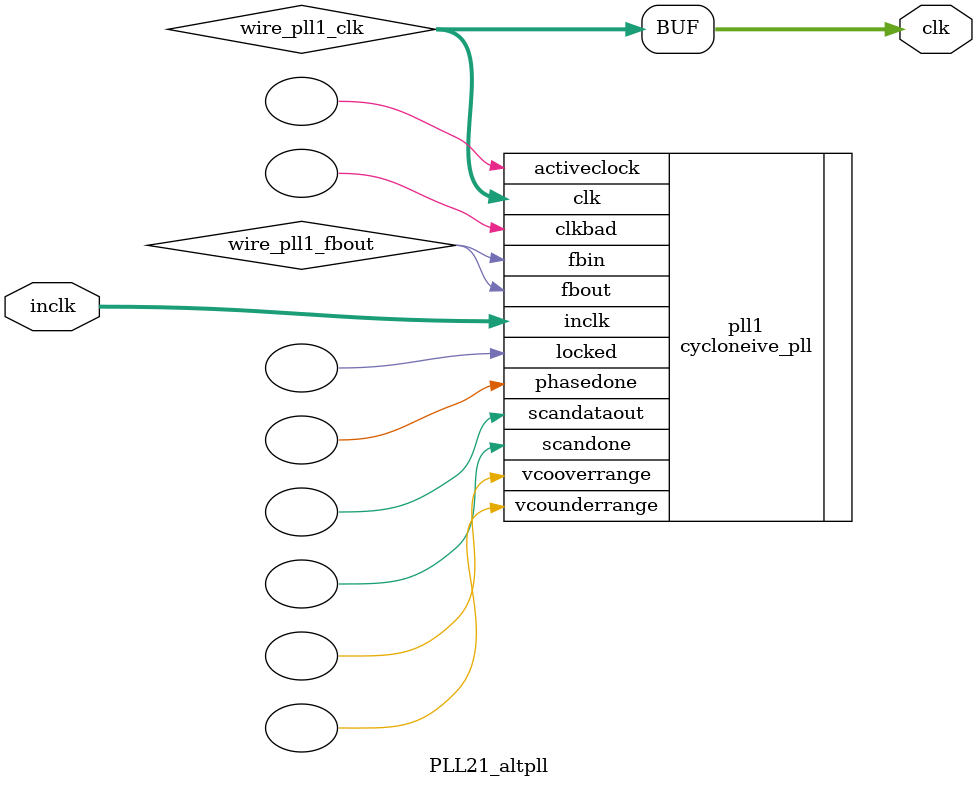
<source format=v>






//synthesis_resources = cycloneive_pll 1 
//synopsys translate_off
`timescale 1 ps / 1 ps
//synopsys translate_on
module  PLL21_altpll
	( 
	clk,
	inclk) /* synthesis synthesis_clearbox=1 */;
	output   [4:0]  clk;
	input   [1:0]  inclk;
`ifndef ALTERA_RESERVED_QIS
// synopsys translate_off
`endif
	tri0   [1:0]  inclk;
`ifndef ALTERA_RESERVED_QIS
// synopsys translate_on
`endif

	wire  [4:0]   wire_pll1_clk;
	wire  wire_pll1_fbout;

	cycloneive_pll   pll1
	( 
	.activeclock(),
	.clk(wire_pll1_clk),
	.clkbad(),
	.fbin(wire_pll1_fbout),
	.fbout(wire_pll1_fbout),
	.inclk(inclk),
	.locked(),
	.phasedone(),
	.scandataout(),
	.scandone(),
	.vcooverrange(),
	.vcounderrange()
	`ifndef FORMAL_VERIFICATION
	// synopsys translate_off
	`endif
	,
	.areset(1'b0),
	.clkswitch(1'b0),
	.configupdate(1'b0),
	.pfdena(1'b1),
	.phasecounterselect({3{1'b0}}),
	.phasestep(1'b0),
	.phaseupdown(1'b0),
	.scanclk(1'b0),
	.scanclkena(1'b1),
	.scandata(1'b0)
	`ifndef FORMAL_VERIFICATION
	// synopsys translate_on
	`endif
	);
	defparam
		pll1.bandwidth_type = "auto",
		pll1.clk0_divide_by = 25,
		pll1.clk0_duty_cycle = 50,
		pll1.clk0_multiply_by = 12,
		pll1.clk0_phase_shift = "0",
		pll1.clk1_divide_by = 2,
		pll1.clk1_duty_cycle = 50,
		pll1.clk1_multiply_by = 1,
		pll1.clk1_phase_shift = "0",
		pll1.clk2_divide_by = 1,
		pll1.clk2_duty_cycle = 50,
		pll1.clk2_multiply_by = 1,
		pll1.clk2_phase_shift = "0",
		pll1.compensate_clock = "clk0",
		pll1.inclk0_input_frequency = 20000,
		pll1.operation_mode = "normal",
		pll1.pll_type = "auto",
		pll1.lpm_type = "cycloneive_pll";
	assign
		clk = {wire_pll1_clk[4:0]};
endmodule //PLL21_altpll
//VALID FILE

</source>
